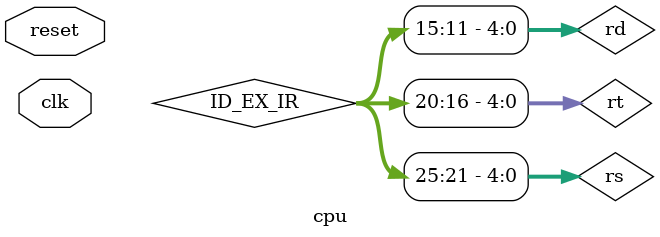
<source format=v>
module cpu (
    input clk,
    input reset
);
    // ---------------------------- 流水线寄存器 ---------------------------- //
    reg [31:0] PC, IF_ID_PC, ID_EX_PC, EX_MEM_PC, MEM_WB_PC;
    reg [31:0] IF_ID_IR, ID_EX_IR, EX_MEM_IR, MEM_WB_IR;  // 指令寄存器

    // ---------------------------- 寄存器文件 ---------------------------- //
    reg [31:0] register_file [31:0];  // 32 个寄存器
    wire [31:0] read_data1, read_data2;
    wire [4:0] rs, rt, rd;
    assign rs = ID_EX_IR[25:21];
    assign rt = ID_EX_IR[20:16];
    assign rd = ID_EX_IR[15:11];

    // ---------------------------- 指令提取 ---------------------------- //
    // IF 阶段：指令从内存中获取
    always @(posedge clk or posedge reset) begin
        if (reset) begin
            PC <= 0;
            IF_ID_PC <= 0;
            IF_ID_IR <= 32'b0;
        end else begin
            IF_ID_PC <= PC;
            // IF_ID_IR <= instruction_memory[PC];  // 假设 instruction_memory 已定义
            PC <= PC + 4;
        end
    end

    // ---------------------------- 指令解码 ---------------------------- //
    // ID 阶段：解码并准备寄存器读取
    always @(posedge clk or posedge reset) begin
        if (reset) begin
            ID_EX_PC <= 0;
            ID_EX_IR <= 32'b0;
        end else begin
            ID_EX_PC <= IF_ID_PC;
            ID_EX_IR <= IF_ID_IR;
            // 读取寄存器数据
            // read_data1 <= register_file[rs];
            // read_data2 <= register_file[rt];
        end
    end

    // ---------------------------- 执行阶段 ---------------------------- //
    // EX 阶段：执行操作，例如算术运算或计算跳转地址
    always @(posedge clk or posedge reset) begin
        if (reset) begin
            EX_MEM_PC <= 0;
            EX_MEM_IR <= 32'b0;
        end else begin
            EX_MEM_PC <= ID_EX_PC;
            EX_MEM_IR <= ID_EX_IR;

            // 操作执行，这里以加法操作为例
            if (ID_EX_IR[31:26] == 6'b000000) begin
                // R型指令，执行加法
                // ALU_result <= read_data1 + read_data2; // ALU执行的结果
            end
        end
    end

    // ---------------------------- 内存访问 ---------------------------- //
    // MEM 阶段：访问内存，例如加载或存储
    always @(posedge clk or posedge reset) begin
        if (reset) begin
            MEM_WB_PC <= 0;
            MEM_WB_IR <= 32'b0;
        end else begin
            MEM_WB_PC <= EX_MEM_PC;
            MEM_WB_IR <= EX_MEM_IR;
            // 这里假设 MEM 操作是存储到内存
            if (EX_MEM_IR[31:26] == 6'b101011) begin
                // Store 指令，将数据写入内存
                // memory[EX_MEM_IR[15:0]] <= ALU_result;
            end
        end
    end

    // ---------------------------- 写回阶段 ---------------------------- //
    // WB 阶段：将数据写回到寄存器
    always @(posedge clk or posedge reset) begin
        if (reset) begin
            // Reset 写回寄存器
        end else begin
            // 只有当该指令需要写回数据时才进行
            if (MEM_WB_IR[31:26] == 6'b100011) begin
                // Load 指令，将数据从内存加载到寄存器
                // register_file[rd] <= memory[MEM_WB_IR[15:0]];
            end
        end
    end

    // ---------------------------- 数据转发与冒险检测 ---------------------------- //
    // 检测数据冒险并实现数据转发
    always @(posedge clk) begin
        if (ID_EX_IR[25:21] == EX_MEM_IR[15:11] && EX_MEM_IR[31:26] == 6'b000000) begin
            // 数据冒险检测，如果有 RAW hazard，则从 EXMEM 转发数据
            // read_data1 <= ALU_result;
        end
        if (ID_EX_IR[20:16] == EX_MEM_IR[15:11] && EX_MEM_IR[31:26] == 6'b000000) begin
            // 数据冒险检测，如果有 RAW hazard，则从 EXMEM 转发数据
            // read_data2 <= ALU_result;
        end
    end

endmodule
</source>
